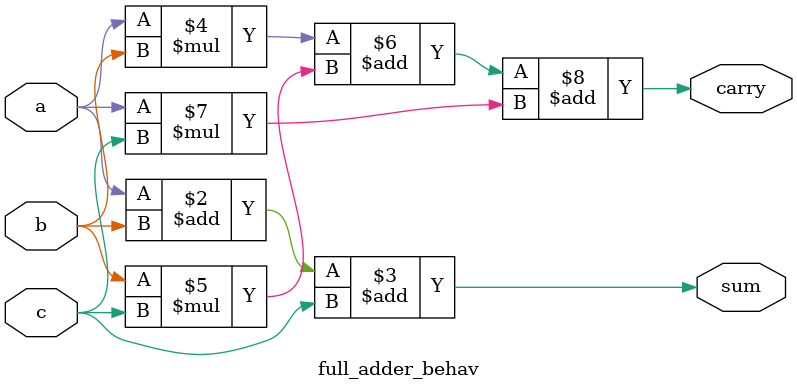
<source format=v>
`timescale 1ns / 1ps

module full_adder_behav (sum,carry,a,b,c);
input a,b,c;
output reg sum,carry;
always @ (a,b,c)
begin
sum = a + b + c;
carry =  (a*b) + (b*c) + (a*c);
end
endmodule

</source>
